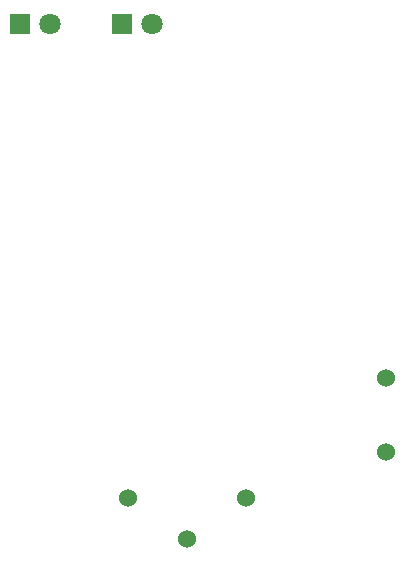
<source format=gbr>
%TF.GenerationSoftware,KiCad,Pcbnew,(5.1.9-0-10_14)*%
%TF.CreationDate,2021-10-18T10:10:58-07:00*%
%TF.ProjectId,cat_pcb_2,6361745f-7063-4625-9f32-2e6b69636164,rev?*%
%TF.SameCoordinates,Original*%
%TF.FileFunction,Soldermask,Top*%
%TF.FilePolarity,Negative*%
%FSLAX46Y46*%
G04 Gerber Fmt 4.6, Leading zero omitted, Abs format (unit mm)*
G04 Created by KiCad (PCBNEW (5.1.9-0-10_14)) date 2021-10-18 10:10:58*
%MOMM*%
%LPD*%
G01*
G04 APERTURE LIST*
%ADD10C,1.524000*%
%ADD11C,1.800000*%
%ADD12R,1.800000X1.800000*%
G04 APERTURE END LIST*
D10*
%TO.C,BAT1*%
X154018000Y-109728000D03*
X149018000Y-113198001D03*
X144018000Y-109728000D03*
%TD*%
%TO.C,SW1*%
X165862000Y-99632000D03*
X165862000Y-105882000D03*
%TD*%
D11*
%TO.C,D2*%
X146050000Y-69596000D03*
D12*
X143510000Y-69596000D03*
%TD*%
D11*
%TO.C,D1*%
X137414000Y-69596000D03*
D12*
X134874000Y-69596000D03*
%TD*%
M02*

</source>
